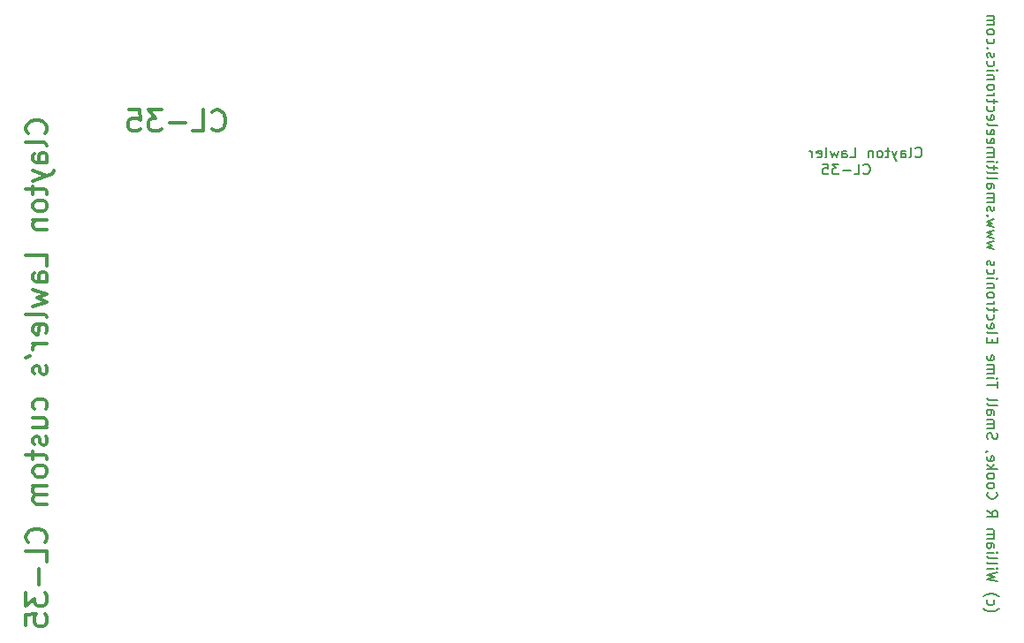
<source format=gbr>
%TF.GenerationSoftware,KiCad,Pcbnew,6.0.11+dfsg-1*%
%TF.CreationDate,2025-02-26T04:55:11-05:00*%
%TF.ProjectId,Terminal_LCD_Keyboard,5465726d-696e-4616-9c5f-4c43445f4b65,rev?*%
%TF.SameCoordinates,Original*%
%TF.FileFunction,Legend,Bot*%
%TF.FilePolarity,Positive*%
%FSLAX46Y46*%
G04 Gerber Fmt 4.6, Leading zero omitted, Abs format (unit mm)*
G04 Created by KiCad (PCBNEW 6.0.11+dfsg-1) date 2025-02-26 04:55:11*
%MOMM*%
%LPD*%
G01*
G04 APERTURE LIST*
%ADD10C,0.304800*%
%ADD11C,0.150000*%
G04 APERTURE END LIST*
D10*
X28665714Y-39249047D02*
X28762476Y-39152285D01*
X28859238Y-38862000D01*
X28859238Y-38668476D01*
X28762476Y-38378190D01*
X28568952Y-38184666D01*
X28375428Y-38087904D01*
X27988380Y-37991142D01*
X27698095Y-37991142D01*
X27311047Y-38087904D01*
X27117523Y-38184666D01*
X26924000Y-38378190D01*
X26827238Y-38668476D01*
X26827238Y-38862000D01*
X26924000Y-39152285D01*
X27020761Y-39249047D01*
X28859238Y-40410190D02*
X28762476Y-40216666D01*
X28568952Y-40119904D01*
X26827238Y-40119904D01*
X28859238Y-42055142D02*
X27794857Y-42055142D01*
X27601333Y-41958380D01*
X27504571Y-41764857D01*
X27504571Y-41377809D01*
X27601333Y-41184285D01*
X28762476Y-42055142D02*
X28859238Y-41861619D01*
X28859238Y-41377809D01*
X28762476Y-41184285D01*
X28568952Y-41087523D01*
X28375428Y-41087523D01*
X28181904Y-41184285D01*
X28085142Y-41377809D01*
X28085142Y-41861619D01*
X27988380Y-42055142D01*
X27504571Y-42829238D02*
X28859238Y-43313047D01*
X27504571Y-43796857D02*
X28859238Y-43313047D01*
X29343047Y-43119523D01*
X29439809Y-43022761D01*
X29536571Y-42829238D01*
X27504571Y-44280666D02*
X27504571Y-45054761D01*
X26827238Y-44570952D02*
X28568952Y-44570952D01*
X28762476Y-44667714D01*
X28859238Y-44861238D01*
X28859238Y-45054761D01*
X28859238Y-46022380D02*
X28762476Y-45828857D01*
X28665714Y-45732095D01*
X28472190Y-45635333D01*
X27891619Y-45635333D01*
X27698095Y-45732095D01*
X27601333Y-45828857D01*
X27504571Y-46022380D01*
X27504571Y-46312666D01*
X27601333Y-46506190D01*
X27698095Y-46602952D01*
X27891619Y-46699714D01*
X28472190Y-46699714D01*
X28665714Y-46602952D01*
X28762476Y-46506190D01*
X28859238Y-46312666D01*
X28859238Y-46022380D01*
X27504571Y-47570571D02*
X28859238Y-47570571D01*
X27698095Y-47570571D02*
X27601333Y-47667333D01*
X27504571Y-47860857D01*
X27504571Y-48151142D01*
X27601333Y-48344666D01*
X27794857Y-48441428D01*
X28859238Y-48441428D01*
X28859238Y-51924857D02*
X28859238Y-50957238D01*
X26827238Y-50957238D01*
X28859238Y-53473047D02*
X27794857Y-53473047D01*
X27601333Y-53376285D01*
X27504571Y-53182761D01*
X27504571Y-52795714D01*
X27601333Y-52602190D01*
X28762476Y-53473047D02*
X28859238Y-53279523D01*
X28859238Y-52795714D01*
X28762476Y-52602190D01*
X28568952Y-52505428D01*
X28375428Y-52505428D01*
X28181904Y-52602190D01*
X28085142Y-52795714D01*
X28085142Y-53279523D01*
X27988380Y-53473047D01*
X27504571Y-54247142D02*
X28859238Y-54634190D01*
X27891619Y-55021238D01*
X28859238Y-55408285D01*
X27504571Y-55795333D01*
X28859238Y-56859714D02*
X28762476Y-56666190D01*
X28568952Y-56569428D01*
X26827238Y-56569428D01*
X28762476Y-58407904D02*
X28859238Y-58214380D01*
X28859238Y-57827333D01*
X28762476Y-57633809D01*
X28568952Y-57537047D01*
X27794857Y-57537047D01*
X27601333Y-57633809D01*
X27504571Y-57827333D01*
X27504571Y-58214380D01*
X27601333Y-58407904D01*
X27794857Y-58504666D01*
X27988380Y-58504666D01*
X28181904Y-57537047D01*
X28859238Y-59375523D02*
X27504571Y-59375523D01*
X27891619Y-59375523D02*
X27698095Y-59472285D01*
X27601333Y-59569047D01*
X27504571Y-59762571D01*
X27504571Y-59956095D01*
X26827238Y-60730190D02*
X27214285Y-60536666D01*
X28762476Y-61504285D02*
X28859238Y-61697809D01*
X28859238Y-62084857D01*
X28762476Y-62278380D01*
X28568952Y-62375142D01*
X28472190Y-62375142D01*
X28278666Y-62278380D01*
X28181904Y-62084857D01*
X28181904Y-61794571D01*
X28085142Y-61601047D01*
X27891619Y-61504285D01*
X27794857Y-61504285D01*
X27601333Y-61601047D01*
X27504571Y-61794571D01*
X27504571Y-62084857D01*
X27601333Y-62278380D01*
X28762476Y-65665047D02*
X28859238Y-65471523D01*
X28859238Y-65084476D01*
X28762476Y-64890952D01*
X28665714Y-64794190D01*
X28472190Y-64697428D01*
X27891619Y-64697428D01*
X27698095Y-64794190D01*
X27601333Y-64890952D01*
X27504571Y-65084476D01*
X27504571Y-65471523D01*
X27601333Y-65665047D01*
X27504571Y-67406761D02*
X28859238Y-67406761D01*
X27504571Y-66535904D02*
X28568952Y-66535904D01*
X28762476Y-66632666D01*
X28859238Y-66826190D01*
X28859238Y-67116476D01*
X28762476Y-67310000D01*
X28665714Y-67406761D01*
X28762476Y-68277619D02*
X28859238Y-68471142D01*
X28859238Y-68858190D01*
X28762476Y-69051714D01*
X28568952Y-69148476D01*
X28472190Y-69148476D01*
X28278666Y-69051714D01*
X28181904Y-68858190D01*
X28181904Y-68567904D01*
X28085142Y-68374380D01*
X27891619Y-68277619D01*
X27794857Y-68277619D01*
X27601333Y-68374380D01*
X27504571Y-68567904D01*
X27504571Y-68858190D01*
X27601333Y-69051714D01*
X27504571Y-69729047D02*
X27504571Y-70503142D01*
X26827238Y-70019333D02*
X28568952Y-70019333D01*
X28762476Y-70116095D01*
X28859238Y-70309619D01*
X28859238Y-70503142D01*
X28859238Y-71470761D02*
X28762476Y-71277238D01*
X28665714Y-71180476D01*
X28472190Y-71083714D01*
X27891619Y-71083714D01*
X27698095Y-71180476D01*
X27601333Y-71277238D01*
X27504571Y-71470761D01*
X27504571Y-71761047D01*
X27601333Y-71954571D01*
X27698095Y-72051333D01*
X27891619Y-72148095D01*
X28472190Y-72148095D01*
X28665714Y-72051333D01*
X28762476Y-71954571D01*
X28859238Y-71761047D01*
X28859238Y-71470761D01*
X28859238Y-73018952D02*
X27504571Y-73018952D01*
X27698095Y-73018952D02*
X27601333Y-73115714D01*
X27504571Y-73309238D01*
X27504571Y-73599523D01*
X27601333Y-73793047D01*
X27794857Y-73889809D01*
X28859238Y-73889809D01*
X27794857Y-73889809D02*
X27601333Y-73986571D01*
X27504571Y-74180095D01*
X27504571Y-74470380D01*
X27601333Y-74663904D01*
X27794857Y-74760666D01*
X28859238Y-74760666D01*
X28665714Y-78437619D02*
X28762476Y-78340857D01*
X28859238Y-78050571D01*
X28859238Y-77857047D01*
X28762476Y-77566761D01*
X28568952Y-77373238D01*
X28375428Y-77276476D01*
X27988380Y-77179714D01*
X27698095Y-77179714D01*
X27311047Y-77276476D01*
X27117523Y-77373238D01*
X26924000Y-77566761D01*
X26827238Y-77857047D01*
X26827238Y-78050571D01*
X26924000Y-78340857D01*
X27020761Y-78437619D01*
X28859238Y-80276095D02*
X28859238Y-79308476D01*
X26827238Y-79308476D01*
X28085142Y-80953428D02*
X28085142Y-82501619D01*
X26827238Y-83275714D02*
X26827238Y-84533619D01*
X27601333Y-83856285D01*
X27601333Y-84146571D01*
X27698095Y-84340095D01*
X27794857Y-84436857D01*
X27988380Y-84533619D01*
X28472190Y-84533619D01*
X28665714Y-84436857D01*
X28762476Y-84340095D01*
X28859238Y-84146571D01*
X28859238Y-83566000D01*
X28762476Y-83372476D01*
X28665714Y-83275714D01*
X26827238Y-86372095D02*
X26827238Y-85404476D01*
X27794857Y-85307714D01*
X27698095Y-85404476D01*
X27601333Y-85598000D01*
X27601333Y-86081809D01*
X27698095Y-86275333D01*
X27794857Y-86372095D01*
X27988380Y-86468857D01*
X28472190Y-86468857D01*
X28665714Y-86372095D01*
X28762476Y-86275333D01*
X28859238Y-86081809D01*
X28859238Y-85598000D01*
X28762476Y-85404476D01*
X28665714Y-85307714D01*
D11*
X118546666Y-84776904D02*
X118594285Y-84824523D01*
X118737142Y-84919761D01*
X118832380Y-84967380D01*
X118975238Y-85015000D01*
X119213333Y-85062619D01*
X119403809Y-85062619D01*
X119641904Y-85015000D01*
X119784761Y-84967380D01*
X119880000Y-84919761D01*
X120022857Y-84824523D01*
X120070476Y-84776904D01*
X118975238Y-83967380D02*
X118927619Y-84062619D01*
X118927619Y-84253095D01*
X118975238Y-84348333D01*
X119022857Y-84395952D01*
X119118095Y-84443571D01*
X119403809Y-84443571D01*
X119499047Y-84395952D01*
X119546666Y-84348333D01*
X119594285Y-84253095D01*
X119594285Y-84062619D01*
X119546666Y-83967380D01*
X118546666Y-83634047D02*
X118594285Y-83586428D01*
X118737142Y-83491190D01*
X118832380Y-83443571D01*
X118975238Y-83395952D01*
X119213333Y-83348333D01*
X119403809Y-83348333D01*
X119641904Y-83395952D01*
X119784761Y-83443571D01*
X119880000Y-83491190D01*
X120022857Y-83586428D01*
X120070476Y-83634047D01*
X119927619Y-82205476D02*
X118927619Y-81967380D01*
X119641904Y-81776904D01*
X118927619Y-81586428D01*
X119927619Y-81348333D01*
X118927619Y-80967380D02*
X119594285Y-80967380D01*
X119927619Y-80967380D02*
X119880000Y-81015000D01*
X119832380Y-80967380D01*
X119880000Y-80919761D01*
X119927619Y-80967380D01*
X119832380Y-80967380D01*
X118927619Y-80348333D02*
X118975238Y-80443571D01*
X119070476Y-80491190D01*
X119927619Y-80491190D01*
X118927619Y-79824523D02*
X118975238Y-79919761D01*
X119070476Y-79967380D01*
X119927619Y-79967380D01*
X118927619Y-79443571D02*
X119594285Y-79443571D01*
X119927619Y-79443571D02*
X119880000Y-79491190D01*
X119832380Y-79443571D01*
X119880000Y-79395952D01*
X119927619Y-79443571D01*
X119832380Y-79443571D01*
X118927619Y-78538809D02*
X119451428Y-78538809D01*
X119546666Y-78586428D01*
X119594285Y-78681666D01*
X119594285Y-78872142D01*
X119546666Y-78967380D01*
X118975238Y-78538809D02*
X118927619Y-78634047D01*
X118927619Y-78872142D01*
X118975238Y-78967380D01*
X119070476Y-79015000D01*
X119165714Y-79015000D01*
X119260952Y-78967380D01*
X119308571Y-78872142D01*
X119308571Y-78634047D01*
X119356190Y-78538809D01*
X118927619Y-78062619D02*
X119594285Y-78062619D01*
X119499047Y-78062619D02*
X119546666Y-78015000D01*
X119594285Y-77919761D01*
X119594285Y-77776904D01*
X119546666Y-77681666D01*
X119451428Y-77634047D01*
X118927619Y-77634047D01*
X119451428Y-77634047D02*
X119546666Y-77586428D01*
X119594285Y-77491190D01*
X119594285Y-77348333D01*
X119546666Y-77253095D01*
X119451428Y-77205476D01*
X118927619Y-77205476D01*
X118927619Y-75395952D02*
X119403809Y-75729285D01*
X118927619Y-75967380D02*
X119927619Y-75967380D01*
X119927619Y-75586428D01*
X119880000Y-75491190D01*
X119832380Y-75443571D01*
X119737142Y-75395952D01*
X119594285Y-75395952D01*
X119499047Y-75443571D01*
X119451428Y-75491190D01*
X119403809Y-75586428D01*
X119403809Y-75967380D01*
X119022857Y-73634047D02*
X118975238Y-73681666D01*
X118927619Y-73824523D01*
X118927619Y-73919761D01*
X118975238Y-74062619D01*
X119070476Y-74157857D01*
X119165714Y-74205476D01*
X119356190Y-74253095D01*
X119499047Y-74253095D01*
X119689523Y-74205476D01*
X119784761Y-74157857D01*
X119880000Y-74062619D01*
X119927619Y-73919761D01*
X119927619Y-73824523D01*
X119880000Y-73681666D01*
X119832380Y-73634047D01*
X118927619Y-73062619D02*
X118975238Y-73157857D01*
X119022857Y-73205476D01*
X119118095Y-73253095D01*
X119403809Y-73253095D01*
X119499047Y-73205476D01*
X119546666Y-73157857D01*
X119594285Y-73062619D01*
X119594285Y-72919761D01*
X119546666Y-72824523D01*
X119499047Y-72776904D01*
X119403809Y-72729285D01*
X119118095Y-72729285D01*
X119022857Y-72776904D01*
X118975238Y-72824523D01*
X118927619Y-72919761D01*
X118927619Y-73062619D01*
X118927619Y-72157857D02*
X118975238Y-72253095D01*
X119022857Y-72300714D01*
X119118095Y-72348333D01*
X119403809Y-72348333D01*
X119499047Y-72300714D01*
X119546666Y-72253095D01*
X119594285Y-72157857D01*
X119594285Y-72015000D01*
X119546666Y-71919761D01*
X119499047Y-71872142D01*
X119403809Y-71824523D01*
X119118095Y-71824523D01*
X119022857Y-71872142D01*
X118975238Y-71919761D01*
X118927619Y-72015000D01*
X118927619Y-72157857D01*
X118927619Y-71395952D02*
X119927619Y-71395952D01*
X119308571Y-71300714D02*
X118927619Y-71015000D01*
X119594285Y-71015000D02*
X119213333Y-71395952D01*
X118975238Y-70205476D02*
X118927619Y-70300714D01*
X118927619Y-70491190D01*
X118975238Y-70586428D01*
X119070476Y-70634047D01*
X119451428Y-70634047D01*
X119546666Y-70586428D01*
X119594285Y-70491190D01*
X119594285Y-70300714D01*
X119546666Y-70205476D01*
X119451428Y-70157857D01*
X119356190Y-70157857D01*
X119260952Y-70634047D01*
X118975238Y-69681666D02*
X118927619Y-69681666D01*
X118832380Y-69729285D01*
X118784761Y-69776904D01*
X118975238Y-68538809D02*
X118927619Y-68395952D01*
X118927619Y-68157857D01*
X118975238Y-68062619D01*
X119022857Y-68015000D01*
X119118095Y-67967380D01*
X119213333Y-67967380D01*
X119308571Y-68015000D01*
X119356190Y-68062619D01*
X119403809Y-68157857D01*
X119451428Y-68348333D01*
X119499047Y-68443571D01*
X119546666Y-68491190D01*
X119641904Y-68538809D01*
X119737142Y-68538809D01*
X119832380Y-68491190D01*
X119880000Y-68443571D01*
X119927619Y-68348333D01*
X119927619Y-68110238D01*
X119880000Y-67967380D01*
X118927619Y-67538809D02*
X119594285Y-67538809D01*
X119499047Y-67538809D02*
X119546666Y-67491190D01*
X119594285Y-67395952D01*
X119594285Y-67253095D01*
X119546666Y-67157857D01*
X119451428Y-67110238D01*
X118927619Y-67110238D01*
X119451428Y-67110238D02*
X119546666Y-67062619D01*
X119594285Y-66967380D01*
X119594285Y-66824523D01*
X119546666Y-66729285D01*
X119451428Y-66681666D01*
X118927619Y-66681666D01*
X118927619Y-65776904D02*
X119451428Y-65776904D01*
X119546666Y-65824523D01*
X119594285Y-65919761D01*
X119594285Y-66110238D01*
X119546666Y-66205476D01*
X118975238Y-65776904D02*
X118927619Y-65872142D01*
X118927619Y-66110238D01*
X118975238Y-66205476D01*
X119070476Y-66253095D01*
X119165714Y-66253095D01*
X119260952Y-66205476D01*
X119308571Y-66110238D01*
X119308571Y-65872142D01*
X119356190Y-65776904D01*
X118927619Y-65157857D02*
X118975238Y-65253095D01*
X119070476Y-65300714D01*
X119927619Y-65300714D01*
X118927619Y-64634047D02*
X118975238Y-64729285D01*
X119070476Y-64776904D01*
X119927619Y-64776904D01*
X119927619Y-63634047D02*
X119927619Y-63062619D01*
X118927619Y-63348333D02*
X119927619Y-63348333D01*
X118927619Y-62729285D02*
X119594285Y-62729285D01*
X119927619Y-62729285D02*
X119880000Y-62776904D01*
X119832380Y-62729285D01*
X119880000Y-62681666D01*
X119927619Y-62729285D01*
X119832380Y-62729285D01*
X118927619Y-62253095D02*
X119594285Y-62253095D01*
X119499047Y-62253095D02*
X119546666Y-62205476D01*
X119594285Y-62110238D01*
X119594285Y-61967380D01*
X119546666Y-61872142D01*
X119451428Y-61824523D01*
X118927619Y-61824523D01*
X119451428Y-61824523D02*
X119546666Y-61776904D01*
X119594285Y-61681666D01*
X119594285Y-61538809D01*
X119546666Y-61443571D01*
X119451428Y-61395952D01*
X118927619Y-61395952D01*
X118975238Y-60538809D02*
X118927619Y-60634047D01*
X118927619Y-60824523D01*
X118975238Y-60919761D01*
X119070476Y-60967380D01*
X119451428Y-60967380D01*
X119546666Y-60919761D01*
X119594285Y-60824523D01*
X119594285Y-60634047D01*
X119546666Y-60538809D01*
X119451428Y-60491190D01*
X119356190Y-60491190D01*
X119260952Y-60967380D01*
X119451428Y-59300714D02*
X119451428Y-58967380D01*
X118927619Y-58824523D02*
X118927619Y-59300714D01*
X119927619Y-59300714D01*
X119927619Y-58824523D01*
X118927619Y-58253095D02*
X118975238Y-58348333D01*
X119070476Y-58395952D01*
X119927619Y-58395952D01*
X118975238Y-57491190D02*
X118927619Y-57586428D01*
X118927619Y-57776904D01*
X118975238Y-57872142D01*
X119070476Y-57919761D01*
X119451428Y-57919761D01*
X119546666Y-57872142D01*
X119594285Y-57776904D01*
X119594285Y-57586428D01*
X119546666Y-57491190D01*
X119451428Y-57443571D01*
X119356190Y-57443571D01*
X119260952Y-57919761D01*
X118975238Y-56586428D02*
X118927619Y-56681666D01*
X118927619Y-56872142D01*
X118975238Y-56967380D01*
X119022857Y-57015000D01*
X119118095Y-57062619D01*
X119403809Y-57062619D01*
X119499047Y-57015000D01*
X119546666Y-56967380D01*
X119594285Y-56872142D01*
X119594285Y-56681666D01*
X119546666Y-56586428D01*
X119594285Y-56300714D02*
X119594285Y-55919761D01*
X119927619Y-56157857D02*
X119070476Y-56157857D01*
X118975238Y-56110238D01*
X118927619Y-56015000D01*
X118927619Y-55919761D01*
X118927619Y-55586428D02*
X119594285Y-55586428D01*
X119403809Y-55586428D02*
X119499047Y-55538809D01*
X119546666Y-55491190D01*
X119594285Y-55395952D01*
X119594285Y-55300714D01*
X118927619Y-54824523D02*
X118975238Y-54919761D01*
X119022857Y-54967380D01*
X119118095Y-55015000D01*
X119403809Y-55015000D01*
X119499047Y-54967380D01*
X119546666Y-54919761D01*
X119594285Y-54824523D01*
X119594285Y-54681666D01*
X119546666Y-54586428D01*
X119499047Y-54538809D01*
X119403809Y-54491190D01*
X119118095Y-54491190D01*
X119022857Y-54538809D01*
X118975238Y-54586428D01*
X118927619Y-54681666D01*
X118927619Y-54824523D01*
X119594285Y-54062619D02*
X118927619Y-54062619D01*
X119499047Y-54062619D02*
X119546666Y-54015000D01*
X119594285Y-53919761D01*
X119594285Y-53776904D01*
X119546666Y-53681666D01*
X119451428Y-53634047D01*
X118927619Y-53634047D01*
X118927619Y-53157857D02*
X119594285Y-53157857D01*
X119927619Y-53157857D02*
X119880000Y-53205476D01*
X119832380Y-53157857D01*
X119880000Y-53110238D01*
X119927619Y-53157857D01*
X119832380Y-53157857D01*
X118975238Y-52253095D02*
X118927619Y-52348333D01*
X118927619Y-52538809D01*
X118975238Y-52634047D01*
X119022857Y-52681666D01*
X119118095Y-52729285D01*
X119403809Y-52729285D01*
X119499047Y-52681666D01*
X119546666Y-52634047D01*
X119594285Y-52538809D01*
X119594285Y-52348333D01*
X119546666Y-52253095D01*
X118975238Y-51872142D02*
X118927619Y-51776904D01*
X118927619Y-51586428D01*
X118975238Y-51491190D01*
X119070476Y-51443571D01*
X119118095Y-51443571D01*
X119213333Y-51491190D01*
X119260952Y-51586428D01*
X119260952Y-51729285D01*
X119308571Y-51824523D01*
X119403809Y-51872142D01*
X119451428Y-51872142D01*
X119546666Y-51824523D01*
X119594285Y-51729285D01*
X119594285Y-51586428D01*
X119546666Y-51491190D01*
X119594285Y-50348333D02*
X118927619Y-50157857D01*
X119403809Y-49967380D01*
X118927619Y-49776904D01*
X119594285Y-49586428D01*
X119594285Y-49300714D02*
X118927619Y-49110238D01*
X119403809Y-48919761D01*
X118927619Y-48729285D01*
X119594285Y-48538809D01*
X119594285Y-48253095D02*
X118927619Y-48062619D01*
X119403809Y-47872142D01*
X118927619Y-47681666D01*
X119594285Y-47491190D01*
X119022857Y-47110238D02*
X118975238Y-47062619D01*
X118927619Y-47110238D01*
X118975238Y-47157857D01*
X119022857Y-47110238D01*
X118927619Y-47110238D01*
X118975238Y-46681666D02*
X118927619Y-46586428D01*
X118927619Y-46395952D01*
X118975238Y-46300714D01*
X119070476Y-46253095D01*
X119118095Y-46253095D01*
X119213333Y-46300714D01*
X119260952Y-46395952D01*
X119260952Y-46538809D01*
X119308571Y-46634047D01*
X119403809Y-46681666D01*
X119451428Y-46681666D01*
X119546666Y-46634047D01*
X119594285Y-46538809D01*
X119594285Y-46395952D01*
X119546666Y-46300714D01*
X118927619Y-45824523D02*
X119594285Y-45824523D01*
X119499047Y-45824523D02*
X119546666Y-45776904D01*
X119594285Y-45681666D01*
X119594285Y-45538809D01*
X119546666Y-45443571D01*
X119451428Y-45395952D01*
X118927619Y-45395952D01*
X119451428Y-45395952D02*
X119546666Y-45348333D01*
X119594285Y-45253095D01*
X119594285Y-45110238D01*
X119546666Y-45015000D01*
X119451428Y-44967380D01*
X118927619Y-44967380D01*
X118927619Y-44062619D02*
X119451428Y-44062619D01*
X119546666Y-44110238D01*
X119594285Y-44205476D01*
X119594285Y-44395952D01*
X119546666Y-44491190D01*
X118975238Y-44062619D02*
X118927619Y-44157857D01*
X118927619Y-44395952D01*
X118975238Y-44491190D01*
X119070476Y-44538809D01*
X119165714Y-44538809D01*
X119260952Y-44491190D01*
X119308571Y-44395952D01*
X119308571Y-44157857D01*
X119356190Y-44062619D01*
X118927619Y-43443571D02*
X118975238Y-43538809D01*
X119070476Y-43586428D01*
X119927619Y-43586428D01*
X118927619Y-42919761D02*
X118975238Y-43015000D01*
X119070476Y-43062619D01*
X119927619Y-43062619D01*
X119594285Y-42681666D02*
X119594285Y-42300714D01*
X119927619Y-42538809D02*
X119070476Y-42538809D01*
X118975238Y-42491190D01*
X118927619Y-42395952D01*
X118927619Y-42300714D01*
X118927619Y-41967380D02*
X119594285Y-41967380D01*
X119927619Y-41967380D02*
X119880000Y-42015000D01*
X119832380Y-41967380D01*
X119880000Y-41919761D01*
X119927619Y-41967380D01*
X119832380Y-41967380D01*
X118927619Y-41491190D02*
X119594285Y-41491190D01*
X119499047Y-41491190D02*
X119546666Y-41443571D01*
X119594285Y-41348333D01*
X119594285Y-41205476D01*
X119546666Y-41110238D01*
X119451428Y-41062619D01*
X118927619Y-41062619D01*
X119451428Y-41062619D02*
X119546666Y-41015000D01*
X119594285Y-40919761D01*
X119594285Y-40776904D01*
X119546666Y-40681666D01*
X119451428Y-40634047D01*
X118927619Y-40634047D01*
X118975238Y-39776904D02*
X118927619Y-39872142D01*
X118927619Y-40062619D01*
X118975238Y-40157857D01*
X119070476Y-40205476D01*
X119451428Y-40205476D01*
X119546666Y-40157857D01*
X119594285Y-40062619D01*
X119594285Y-39872142D01*
X119546666Y-39776904D01*
X119451428Y-39729285D01*
X119356190Y-39729285D01*
X119260952Y-40205476D01*
X118975238Y-38919761D02*
X118927619Y-39015000D01*
X118927619Y-39205476D01*
X118975238Y-39300714D01*
X119070476Y-39348333D01*
X119451428Y-39348333D01*
X119546666Y-39300714D01*
X119594285Y-39205476D01*
X119594285Y-39015000D01*
X119546666Y-38919761D01*
X119451428Y-38872142D01*
X119356190Y-38872142D01*
X119260952Y-39348333D01*
X118927619Y-38300714D02*
X118975238Y-38395952D01*
X119070476Y-38443571D01*
X119927619Y-38443571D01*
X118975238Y-37538809D02*
X118927619Y-37634047D01*
X118927619Y-37824523D01*
X118975238Y-37919761D01*
X119070476Y-37967380D01*
X119451428Y-37967380D01*
X119546666Y-37919761D01*
X119594285Y-37824523D01*
X119594285Y-37634047D01*
X119546666Y-37538809D01*
X119451428Y-37491190D01*
X119356190Y-37491190D01*
X119260952Y-37967380D01*
X118975238Y-36634047D02*
X118927619Y-36729285D01*
X118927619Y-36919761D01*
X118975238Y-37015000D01*
X119022857Y-37062619D01*
X119118095Y-37110238D01*
X119403809Y-37110238D01*
X119499047Y-37062619D01*
X119546666Y-37015000D01*
X119594285Y-36919761D01*
X119594285Y-36729285D01*
X119546666Y-36634047D01*
X119594285Y-36348333D02*
X119594285Y-35967380D01*
X119927619Y-36205476D02*
X119070476Y-36205476D01*
X118975238Y-36157857D01*
X118927619Y-36062619D01*
X118927619Y-35967380D01*
X118927619Y-35634047D02*
X119594285Y-35634047D01*
X119403809Y-35634047D02*
X119499047Y-35586428D01*
X119546666Y-35538809D01*
X119594285Y-35443571D01*
X119594285Y-35348333D01*
X118927619Y-34872142D02*
X118975238Y-34967380D01*
X119022857Y-35015000D01*
X119118095Y-35062619D01*
X119403809Y-35062619D01*
X119499047Y-35015000D01*
X119546666Y-34967380D01*
X119594285Y-34872142D01*
X119594285Y-34729285D01*
X119546666Y-34634047D01*
X119499047Y-34586428D01*
X119403809Y-34538809D01*
X119118095Y-34538809D01*
X119022857Y-34586428D01*
X118975238Y-34634047D01*
X118927619Y-34729285D01*
X118927619Y-34872142D01*
X119594285Y-34110238D02*
X118927619Y-34110238D01*
X119499047Y-34110238D02*
X119546666Y-34062619D01*
X119594285Y-33967380D01*
X119594285Y-33824523D01*
X119546666Y-33729285D01*
X119451428Y-33681666D01*
X118927619Y-33681666D01*
X118927619Y-33205476D02*
X119594285Y-33205476D01*
X119927619Y-33205476D02*
X119880000Y-33253095D01*
X119832380Y-33205476D01*
X119880000Y-33157857D01*
X119927619Y-33205476D01*
X119832380Y-33205476D01*
X118975238Y-32300714D02*
X118927619Y-32395952D01*
X118927619Y-32586428D01*
X118975238Y-32681666D01*
X119022857Y-32729285D01*
X119118095Y-32776904D01*
X119403809Y-32776904D01*
X119499047Y-32729285D01*
X119546666Y-32681666D01*
X119594285Y-32586428D01*
X119594285Y-32395952D01*
X119546666Y-32300714D01*
X118975238Y-31919761D02*
X118927619Y-31824523D01*
X118927619Y-31634047D01*
X118975238Y-31538809D01*
X119070476Y-31491190D01*
X119118095Y-31491190D01*
X119213333Y-31538809D01*
X119260952Y-31634047D01*
X119260952Y-31776904D01*
X119308571Y-31872142D01*
X119403809Y-31919761D01*
X119451428Y-31919761D01*
X119546666Y-31872142D01*
X119594285Y-31776904D01*
X119594285Y-31634047D01*
X119546666Y-31538809D01*
X119022857Y-31062619D02*
X118975238Y-31015000D01*
X118927619Y-31062619D01*
X118975238Y-31110238D01*
X119022857Y-31062619D01*
X118927619Y-31062619D01*
X118975238Y-30157857D02*
X118927619Y-30253095D01*
X118927619Y-30443571D01*
X118975238Y-30538809D01*
X119022857Y-30586428D01*
X119118095Y-30634047D01*
X119403809Y-30634047D01*
X119499047Y-30586428D01*
X119546666Y-30538809D01*
X119594285Y-30443571D01*
X119594285Y-30253095D01*
X119546666Y-30157857D01*
X118927619Y-29586428D02*
X118975238Y-29681666D01*
X119022857Y-29729285D01*
X119118095Y-29776904D01*
X119403809Y-29776904D01*
X119499047Y-29729285D01*
X119546666Y-29681666D01*
X119594285Y-29586428D01*
X119594285Y-29443571D01*
X119546666Y-29348333D01*
X119499047Y-29300714D01*
X119403809Y-29253095D01*
X119118095Y-29253095D01*
X119022857Y-29300714D01*
X118975238Y-29348333D01*
X118927619Y-29443571D01*
X118927619Y-29586428D01*
X118927619Y-28824523D02*
X119594285Y-28824523D01*
X119499047Y-28824523D02*
X119546666Y-28776904D01*
X119594285Y-28681666D01*
X119594285Y-28538809D01*
X119546666Y-28443571D01*
X119451428Y-28395952D01*
X118927619Y-28395952D01*
X119451428Y-28395952D02*
X119546666Y-28348333D01*
X119594285Y-28253095D01*
X119594285Y-28110238D01*
X119546666Y-28015000D01*
X119451428Y-27967380D01*
X118927619Y-27967380D01*
D10*
X44661666Y-38825714D02*
X44758428Y-38922476D01*
X45048714Y-39019238D01*
X45242238Y-39019238D01*
X45532523Y-38922476D01*
X45726047Y-38728952D01*
X45822809Y-38535428D01*
X45919571Y-38148380D01*
X45919571Y-37858095D01*
X45822809Y-37471047D01*
X45726047Y-37277523D01*
X45532523Y-37084000D01*
X45242238Y-36987238D01*
X45048714Y-36987238D01*
X44758428Y-37084000D01*
X44661666Y-37180761D01*
X42823190Y-39019238D02*
X43790809Y-39019238D01*
X43790809Y-36987238D01*
X42145857Y-38245142D02*
X40597666Y-38245142D01*
X39823571Y-36987238D02*
X38565666Y-36987238D01*
X39243000Y-37761333D01*
X38952714Y-37761333D01*
X38759190Y-37858095D01*
X38662428Y-37954857D01*
X38565666Y-38148380D01*
X38565666Y-38632190D01*
X38662428Y-38825714D01*
X38759190Y-38922476D01*
X38952714Y-39019238D01*
X39533285Y-39019238D01*
X39726809Y-38922476D01*
X39823571Y-38825714D01*
X36727190Y-36987238D02*
X37694809Y-36987238D01*
X37791571Y-37954857D01*
X37694809Y-37858095D01*
X37501285Y-37761333D01*
X37017476Y-37761333D01*
X36823952Y-37858095D01*
X36727190Y-37954857D01*
X36630428Y-38148380D01*
X36630428Y-38632190D01*
X36727190Y-38825714D01*
X36823952Y-38922476D01*
X37017476Y-39019238D01*
X37501285Y-39019238D01*
X37694809Y-38922476D01*
X37791571Y-38825714D01*
D11*
X112053095Y-41462142D02*
X112100714Y-41509761D01*
X112243571Y-41557380D01*
X112338809Y-41557380D01*
X112481666Y-41509761D01*
X112576904Y-41414523D01*
X112624523Y-41319285D01*
X112672142Y-41128809D01*
X112672142Y-40985952D01*
X112624523Y-40795476D01*
X112576904Y-40700238D01*
X112481666Y-40605000D01*
X112338809Y-40557380D01*
X112243571Y-40557380D01*
X112100714Y-40605000D01*
X112053095Y-40652619D01*
X111481666Y-41557380D02*
X111576904Y-41509761D01*
X111624523Y-41414523D01*
X111624523Y-40557380D01*
X110672142Y-41557380D02*
X110672142Y-41033571D01*
X110719761Y-40938333D01*
X110815000Y-40890714D01*
X111005476Y-40890714D01*
X111100714Y-40938333D01*
X110672142Y-41509761D02*
X110767380Y-41557380D01*
X111005476Y-41557380D01*
X111100714Y-41509761D01*
X111148333Y-41414523D01*
X111148333Y-41319285D01*
X111100714Y-41224047D01*
X111005476Y-41176428D01*
X110767380Y-41176428D01*
X110672142Y-41128809D01*
X110291190Y-40890714D02*
X110053095Y-41557380D01*
X109815000Y-40890714D02*
X110053095Y-41557380D01*
X110148333Y-41795476D01*
X110195952Y-41843095D01*
X110291190Y-41890714D01*
X109576904Y-40890714D02*
X109195952Y-40890714D01*
X109434047Y-40557380D02*
X109434047Y-41414523D01*
X109386428Y-41509761D01*
X109291190Y-41557380D01*
X109195952Y-41557380D01*
X108719761Y-41557380D02*
X108815000Y-41509761D01*
X108862619Y-41462142D01*
X108910238Y-41366904D01*
X108910238Y-41081190D01*
X108862619Y-40985952D01*
X108815000Y-40938333D01*
X108719761Y-40890714D01*
X108576904Y-40890714D01*
X108481666Y-40938333D01*
X108434047Y-40985952D01*
X108386428Y-41081190D01*
X108386428Y-41366904D01*
X108434047Y-41462142D01*
X108481666Y-41509761D01*
X108576904Y-41557380D01*
X108719761Y-41557380D01*
X107957857Y-40890714D02*
X107957857Y-41557380D01*
X107957857Y-40985952D02*
X107910238Y-40938333D01*
X107815000Y-40890714D01*
X107672142Y-40890714D01*
X107576904Y-40938333D01*
X107529285Y-41033571D01*
X107529285Y-41557380D01*
X105815000Y-41557380D02*
X106291190Y-41557380D01*
X106291190Y-40557380D01*
X105053095Y-41557380D02*
X105053095Y-41033571D01*
X105100714Y-40938333D01*
X105195952Y-40890714D01*
X105386428Y-40890714D01*
X105481666Y-40938333D01*
X105053095Y-41509761D02*
X105148333Y-41557380D01*
X105386428Y-41557380D01*
X105481666Y-41509761D01*
X105529285Y-41414523D01*
X105529285Y-41319285D01*
X105481666Y-41224047D01*
X105386428Y-41176428D01*
X105148333Y-41176428D01*
X105053095Y-41128809D01*
X104672142Y-40890714D02*
X104481666Y-41557380D01*
X104291190Y-41081190D01*
X104100714Y-41557380D01*
X103910238Y-40890714D01*
X103386428Y-41557380D02*
X103481666Y-41509761D01*
X103529285Y-41414523D01*
X103529285Y-40557380D01*
X102624523Y-41509761D02*
X102719761Y-41557380D01*
X102910238Y-41557380D01*
X103005476Y-41509761D01*
X103053095Y-41414523D01*
X103053095Y-41033571D01*
X103005476Y-40938333D01*
X102910238Y-40890714D01*
X102719761Y-40890714D01*
X102624523Y-40938333D01*
X102576904Y-41033571D01*
X102576904Y-41128809D01*
X103053095Y-41224047D01*
X102148333Y-41557380D02*
X102148333Y-40890714D01*
X102148333Y-41081190D02*
X102100714Y-40985952D01*
X102053095Y-40938333D01*
X101957857Y-40890714D01*
X101862619Y-40890714D01*
X107076904Y-43072142D02*
X107124523Y-43119761D01*
X107267380Y-43167380D01*
X107362619Y-43167380D01*
X107505476Y-43119761D01*
X107600714Y-43024523D01*
X107648333Y-42929285D01*
X107695952Y-42738809D01*
X107695952Y-42595952D01*
X107648333Y-42405476D01*
X107600714Y-42310238D01*
X107505476Y-42215000D01*
X107362619Y-42167380D01*
X107267380Y-42167380D01*
X107124523Y-42215000D01*
X107076904Y-42262619D01*
X106172142Y-43167380D02*
X106648333Y-43167380D01*
X106648333Y-42167380D01*
X105838809Y-42786428D02*
X105076904Y-42786428D01*
X104695952Y-42167380D02*
X104076904Y-42167380D01*
X104410238Y-42548333D01*
X104267380Y-42548333D01*
X104172142Y-42595952D01*
X104124523Y-42643571D01*
X104076904Y-42738809D01*
X104076904Y-42976904D01*
X104124523Y-43072142D01*
X104172142Y-43119761D01*
X104267380Y-43167380D01*
X104553095Y-43167380D01*
X104648333Y-43119761D01*
X104695952Y-43072142D01*
X103172142Y-42167380D02*
X103648333Y-42167380D01*
X103695952Y-42643571D01*
X103648333Y-42595952D01*
X103553095Y-42548333D01*
X103314999Y-42548333D01*
X103219761Y-42595952D01*
X103172142Y-42643571D01*
X103124523Y-42738809D01*
X103124523Y-42976904D01*
X103172142Y-43072142D01*
X103219761Y-43119761D01*
X103314999Y-43167380D01*
X103553095Y-43167380D01*
X103648333Y-43119761D01*
X103695952Y-43072142D01*
M02*

</source>
